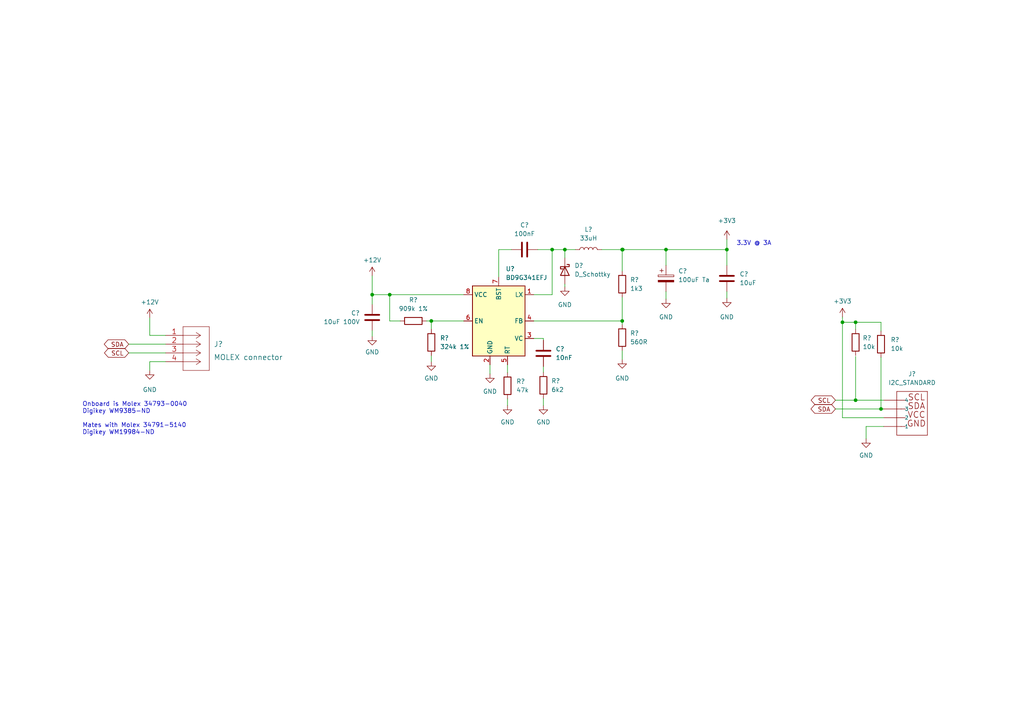
<source format=kicad_sch>
(kicad_sch (version 20211123) (generator eeschema)
  (paper "A4")
  (lib_symbols
    (symbol "+12V_1" (power) (pin_names (offset 0))
      (property "Value" "+12V_1" (at 0 3.556 0))
      (symbol "+12V_1_0_1"
        (polyline (pts (xy -0.762 1.27) (xy 0 2.54)))
        (polyline (pts (xy 0 0) (xy 0 2.54)))
        (polyline (pts (xy 0 2.54) (xy 0.762 1.27)))
      )
      (symbol "+12V_1_1_1"
        (pin power_in line (at 0 0 90) (length 0) hide (name "+12V") (number "1"))
      )
    )
    (symbol "Device:C" (pin_numbers hide) (pin_names (offset 0.254))
      (property "Reference" "C" (at 0.635 2.54 0))
      (property "Value" "C" (at 0.635 -2.54 0))
      (symbol "C_0_1"
        (polyline (pts (xy -2.032 -0.762) (xy 2.032 -0.762)) (stroke (width 0.508)))
        (polyline (pts (xy -2.032 0.762) (xy 2.032 0.762)) (stroke (width 0.508)))
      )
      (symbol "C_1_1"
        (pin passive line (at 0 3.81 270) (length 2.794) (name "~") (number "1"))
        (pin passive line (at 0 -3.81 90) (length 2.794) (name "~") (number "2"))
      )
    )
    (symbol "Device:C_Polarized" (pin_numbers hide) (pin_names (offset 0.254))
      (property "Reference" "C" (at 0.635 2.54 0))
      (property "Value" "C_Polarized" (at 0.635 -2.54 0))
      (symbol "C_Polarized_0_1"
        (rectangle (start -2.286 0.508) (end 2.286 1.016))
        (polyline (pts (xy -1.778 2.286) (xy -0.762 2.286)))
        (polyline (pts (xy -1.27 2.794) (xy -1.27 1.778)))
        (rectangle (start 2.286 -0.508) (end -2.286 -1.016) (fill (type outline)))
      )
      (symbol "C_Polarized_1_1"
        (pin passive line (at 0 3.81 270) (length 2.794) (name "~") (number "1"))
        (pin passive line (at 0 -3.81 90) (length 2.794) (name "~") (number "2"))
      )
    )
    (symbol "Device:D_Schottky" (pin_numbers hide) (pin_names (offset 1.016) hide)
      (property "Reference" "D" (at 0 2.54 0))
      (property "Value" "D_Schottky" (at 0 -2.54 0))
      (symbol "D_Schottky_0_1"
        (polyline (pts (xy 1.27 0) (xy -1.27 0)))
        (polyline (pts (xy 1.27 1.27) (xy 1.27 -1.27) (xy -1.27 0) (xy 1.27 1.27)) (stroke (width 0.254)))
        (polyline (pts (xy -1.905 0.635) (xy -1.905 1.27) (xy -1.27 1.27) (xy -1.27 -1.27) (xy -0.635 -1.27) (xy -0.635 -0.635)) (stroke (width 0.254)))
      )
      (symbol "D_Schottky_1_1"
        (pin passive line (at -3.81 0 0) (length 2.54) (name "K") (number "1"))
        (pin passive line (at 3.81 0 180) (length 2.54) (name "A") (number "2"))
      )
    )
    (symbol "Device:L" (pin_numbers hide) (pin_names (offset 1.016) hide)
      (property "Reference" "L" (at -1.27 0 90))
      (property "Value" "L" (at 1.905 0 90))
      (symbol "L_0_1"
        (arc (start 0 -2.54) (mid 0.635 -1.905) (end 0 -1.27))
        (arc (start 0 -1.27) (mid 0.635 -0.635) (end 0 0))
        (arc (start 0 0) (mid 0.635 0.635) (end 0 1.27))
        (arc (start 0 1.27) (mid 0.635 1.905) (end 0 2.54))
      )
      (symbol "L_1_1"
        (pin passive line (at 0 3.81 270) (length 1.27) (name "1") (number "1"))
        (pin passive line (at 0 -3.81 90) (length 1.27) (name "2") (number "2"))
      )
    )
    (symbol "Device:R" (pin_numbers hide) (pin_names (offset 0))
      (property "Reference" "R" (at 2.032 0 90))
      (property "Value" "R" (at 0 0 90))
      (symbol "R_0_1"
        (rectangle (start -1.016 -2.54) (end 1.016 2.54) (stroke (width 0.254)))
      )
      (symbol "R_1_1"
        (pin passive line (at 0 3.81 270) (length 1.27) (name "~") (number "1"))
        (pin passive line (at 0 -3.81 90) (length 1.27) (name "~") (number "2"))
      )
    )
    (symbol "Regulator_Switching:BD9G341EFJ"
      (property "Reference" "U" (at -6.35 11.43 0))
      (property "Value" "BD9G341EFJ" (at 7.62 11.43 0))
      (symbol "BD9G341EFJ_0_1"
        (rectangle (start -7.62 10.16) (end 7.62 -10.16) (stroke (width 0.254)) (fill (type background)))
      )
      (symbol "BD9G341EFJ_1_1"
        (pin passive line (at 10.16 7.62 180) (length 2.54) (name "LX") (number "1"))
        (pin power_in line (at -2.54 -12.7 90) (length 2.54) (name "GND") (number "2"))
        (pin output line (at 10.16 -5.08 180) (length 2.54) (name "VC") (number "3"))
        (pin input line (at 10.16 0 180) (length 2.54) (name "FB") (number "4"))
        (pin input line (at 2.54 -12.7 90) (length 2.54) (name "RT") (number "5"))
        (pin input line (at -10.16 0 0) (length 2.54) (name "EN") (number "6"))
        (pin input line (at 0 12.7 270) (length 2.54) (name "BST") (number "7"))
        (pin power_in line (at -10.16 7.62 0) (length 2.54) (name "VCC") (number "8"))
      )
    )
    (symbol "SparkFun-Connectors:I2C_STANDARD" (pin_numbers hide) (pin_names (offset 1.016))
      (property "Reference" "J" (at -2.54 13.462 0))
      (property "Value" "I2C_STANDARD" (at -2.54 -2.54 0))
      (symbol "I2C_STANDARD_1_0"
        (polyline (pts (xy -2.54 12.7) (xy -2.54 0)))
        (polyline (pts (xy -2.54 12.7) (xy 6.35 12.7)))
        (polyline (pts (xy 3.81 2.54) (xy 5.08 2.54)))
        (polyline (pts (xy 3.81 5.08) (xy 5.08 5.08)))
        (polyline (pts (xy 3.81 7.62) (xy 5.08 7.62)))
        (polyline (pts (xy 3.81 10.16) (xy 5.08 10.16)))
        (polyline (pts (xy 6.35 0) (xy -2.54 0)))
        (polyline (pts (xy 6.35 0) (xy 6.35 12.7)))
        (text "GND" (at 0.635 3.429 0) (effects (font (size 1.778 1.778))))
        (text "SCL" (at 0.635 11.049 0) (effects (font (size 1.778 1.778))))
        (text "SDA" (at 0.635 8.509 0) (effects (font (size 1.778 1.778))))
        (text "VCC" (at 0.635 5.969 0) (effects (font (size 1.778 1.778))))
      )
      (symbol "I2C_STANDARD_1_1"
        (pin passive line (at 10.16 2.54 180) (length 5.08) (name "1") (number "1"))
        (pin passive line (at 10.16 5.08 180) (length 5.08) (name "2") (number "2"))
        (pin passive line (at 10.16 7.62 180) (length 5.08) (name "3") (number "3"))
        (pin passive line (at 10.16 10.16 180) (length 5.08) (name "4") (number "4"))
      )
    )
    (symbol "UltraLibrarian:347930040" (pin_names (offset 0.254) hide)
      (property "Reference" "J" (at 8.89 6.35 0))
      (property "Value" "347930040" (at 10.16 -5.08 0))
      (symbol "347930040_1_1"
        (polyline (pts (xy 5.08 -10.16) (xy 12.7 -10.16)) (stroke (width 0.127)))
        (polyline (pts (xy 5.08 2.54) (xy 5.08 -10.16)) (stroke (width 0.127)))
        (polyline (pts (xy 10.16 -7.62) (xy 5.08 -7.62)) (stroke (width 0.127)))
        (polyline (pts (xy 10.16 -7.62) (xy 8.89 -8.4582)) (stroke (width 0.127)))
        (polyline (pts (xy 10.16 -7.62) (xy 8.89 -6.7818)) (stroke (width 0.127)))
        (polyline (pts (xy 10.16 -5.08) (xy 5.08 -5.08)) (stroke (width 0.127)))
        (polyline (pts (xy 10.16 -5.08) (xy 8.89 -5.9182)) (stroke (width 0.127)))
        (polyline (pts (xy 10.16 -5.08) (xy 8.89 -4.2418)) (stroke (width 0.127)))
        (polyline (pts (xy 10.16 -2.54) (xy 5.08 -2.54)) (stroke (width 0.127)))
        (polyline (pts (xy 10.16 -2.54) (xy 8.89 -3.3782)) (stroke (width 0.127)))
        (polyline (pts (xy 10.16 -2.54) (xy 8.89 -1.7018)) (stroke (width 0.127)))
        (polyline (pts (xy 10.16 0) (xy 5.08 0)) (stroke (width 0.127)))
        (polyline (pts (xy 10.16 0) (xy 8.89 -0.8382)) (stroke (width 0.127)))
        (polyline (pts (xy 10.16 0) (xy 8.89 0.8382)) (stroke (width 0.127)))
        (polyline (pts (xy 12.7 -10.16) (xy 12.7 2.54)) (stroke (width 0.127)))
        (polyline (pts (xy 12.7 2.54) (xy 5.08 2.54)) (stroke (width 0.127)))
        (pin unspecified line (at 0 0 0) (length 5.08) (name "1") (number "1"))
        (pin unspecified line (at 0 -2.54 0) (length 5.08) (name "2") (number "2"))
        (pin unspecified line (at 0 -5.08 0) (length 5.08) (name "3") (number "3"))
        (pin unspecified line (at 0 -7.62 0) (length 5.08) (name "4") (number "4"))
      )
    )
    (symbol "power:+12V" (power) (pin_names (offset 0))
      (property "Value" "+12V" (at 0 3.556 0))
      (symbol "+12V_0_1"
        (polyline (pts (xy -0.762 1.27) (xy 0 2.54)))
        (polyline (pts (xy 0 0) (xy 0 2.54)))
        (polyline (pts (xy 0 2.54) (xy 0.762 1.27)))
      )
      (symbol "+12V_1_1"
        (pin power_in line (at 0 0 90) (length 0) hide (name "+12V") (number "1"))
      )
    )
    (symbol "power:+3V3" (power) (pin_names (offset 0))
      (property "Value" "+3V3" (at 0 3.556 0))
      (symbol "+3V3_0_1"
        (polyline (pts (xy -0.762 1.27) (xy 0 2.54)))
        (polyline (pts (xy 0 0) (xy 0 2.54)))
        (polyline (pts (xy 0 2.54) (xy 0.762 1.27)))
      )
      (symbol "+3V3_1_1"
        (pin power_in line (at 0 0 90) (length 0) hide (name "+3V3") (number "1"))
      )
    )
    (symbol "power:GND" (power) (pin_names (offset 0))
      (property "Value" "GND" (at 0 -3.81 0))
      (symbol "GND_0_1"
        (polyline (pts (xy 0 0) (xy 0 -1.27) (xy 1.27 -1.27) (xy 0 -2.54) (xy -1.27 -1.27) (xy 0 -1.27)))
      )
      (symbol "GND_1_1"
        (pin power_in line (at 0 0 270) (length 0) hide (name "GND") (number "1"))
      )
    )
  )
  (junction (at 113.03 85.471))
  (junction (at 255.524 118.618))
  (junction (at 180.467 72.39))
  (junction (at 107.95 85.471))
  (junction (at 180.594 72.39))
  (junction (at 125.095 93.091))
  (junction (at 160.147 72.39))
  (junction (at 180.467 93.091))
  (junction (at 163.83 72.39))
  (junction (at 244.348 93.472))
  (junction (at 248.158 93.472))
  (junction (at 193.167 72.39))
  (junction (at 210.82 72.39))
  (junction (at 248.158 116.078))
  (wire (pts (xy 43.434 97.282) (xy 48.006 97.282)))
  (wire (pts (xy 125.095 93.091) (xy 125.095 95.504)))
  (wire (pts (xy 125.095 103.124) (xy 125.095 104.902)))
  (wire (pts (xy 256.286 118.618) (xy 255.524 118.618)))
  (wire (pts (xy 154.813 93.091) (xy 180.467 93.091)))
  (wire (pts (xy 210.82 72.39) (xy 210.82 76.962)))
  (wire (pts (xy 180.467 101.727) (xy 180.467 104.267)))
  (wire (pts (xy 244.348 91.948) (xy 244.348 93.472)))
  (wire (pts (xy 43.434 104.902) (xy 48.006 104.902)))
  (wire (pts (xy 113.03 85.471) (xy 134.493 85.471)))
  (wire (pts (xy 147.193 115.697) (xy 147.193 117.602)))
  (wire (pts (xy 251.206 123.698) (xy 251.206 127.254)))
  (wire (pts (xy 155.956 72.39) (xy 160.147 72.39)))
  (wire (pts (xy 37.338 102.362) (xy 48.006 102.362)))
  (wire (pts (xy 157.607 106.299) (xy 157.607 107.95)))
  (wire (pts (xy 154.813 98.171) (xy 157.607 98.171)))
  (wire (pts (xy 144.653 80.391) (xy 144.653 72.39)))
  (wire (pts (xy 107.95 85.471) (xy 107.95 88.265)))
  (wire (pts (xy 256.286 116.078) (xy 248.158 116.078)))
  (wire (pts (xy 180.467 72.39) (xy 180.467 78.613)))
  (wire (pts (xy 174.498 72.39) (xy 180.467 72.39)))
  (wire (pts (xy 251.206 123.698) (xy 256.286 123.698)))
  (wire (pts (xy 125.095 93.091) (xy 134.493 93.091)))
  (wire (pts (xy 160.147 72.39) (xy 160.147 85.471)))
  (wire (pts (xy 154.813 85.471) (xy 160.147 85.471)))
  (wire (pts (xy 180.467 86.233) (xy 180.467 93.091)))
  (wire (pts (xy 163.83 82.423) (xy 163.83 83.185)))
  (wire (pts (xy 255.524 118.618) (xy 242.316 118.618)))
  (wire (pts (xy 163.83 74.803) (xy 163.83 72.39)))
  (wire (pts (xy 107.95 80.01) (xy 107.95 85.471)))
  (wire (pts (xy 193.167 72.39) (xy 193.167 76.962)))
  (wire (pts (xy 37.338 99.822) (xy 48.006 99.822)))
  (wire (pts (xy 244.348 93.472) (xy 244.348 121.158)))
  (wire (pts (xy 248.158 116.078) (xy 242.316 116.078)))
  (wire (pts (xy 255.524 93.472) (xy 255.524 96.012)))
  (wire (pts (xy 193.167 84.582) (xy 193.167 86.741)))
  (wire (pts (xy 180.467 93.091) (xy 180.467 94.107)))
  (wire (pts (xy 255.524 103.632) (xy 255.524 118.618)))
  (wire (pts (xy 107.95 85.471) (xy 113.03 85.471)))
  (wire (pts (xy 43.434 107.442) (xy 43.434 104.902)))
  (wire (pts (xy 180.594 72.39) (xy 193.167 72.39)))
  (wire (pts (xy 248.158 93.472) (xy 248.158 95.504)))
  (wire (pts (xy 157.607 115.57) (xy 157.607 117.602)))
  (wire (pts (xy 248.158 103.378) (xy 248.158 116.078)))
  (wire (pts (xy 244.348 121.158) (xy 256.286 121.158)))
  (wire (pts (xy 248.158 93.472) (xy 255.524 93.472)))
  (wire (pts (xy 43.434 92.202) (xy 43.434 97.282)))
  (wire (pts (xy 147.193 105.791) (xy 147.193 108.077)))
  (wire (pts (xy 193.167 72.39) (xy 210.82 72.39)))
  (wire (pts (xy 163.83 72.39) (xy 160.147 72.39)))
  (wire (pts (xy 107.95 95.885) (xy 107.95 97.536)))
  (wire (pts (xy 163.83 72.39) (xy 166.878 72.39)))
  (wire (pts (xy 113.03 93.091) (xy 113.03 85.471)))
  (wire (pts (xy 144.653 72.39) (xy 148.336 72.39)))
  (wire (pts (xy 157.607 98.171) (xy 157.607 98.679)))
  (wire (pts (xy 210.82 69.469) (xy 210.82 72.39)))
  (wire (pts (xy 142.113 105.791) (xy 142.113 108.458)))
  (wire (pts (xy 210.82 84.582) (xy 210.82 86.487)))
  (wire (pts (xy 244.348 93.472) (xy 248.158 93.472)))
  (wire (pts (xy 116.078 93.091) (xy 113.03 93.091)))
  (wire (pts (xy 123.698 93.091) (xy 125.095 93.091)))
  (text "Onboard is Molex 34793-0040\nDigikey WM9385-ND\n\nMates with Molex 34791-5140\nDigikey WM19984-ND" (at 23.876 126.238 0) (effects (font (size 1.27 1.27)) (justify left bottom)))
  (text "3.3V @ 3A" (at 223.774 71.374 180) (effects (font (size 1.27 1.27)) (justify right bottom)))
  (global_label "SDA" (shape bidirectional) (at 242.316 118.618 180) (property "Intersheet References" "${INTERSHEET_REFS}" (effects hide)))
  (global_label "SDA" (shape bidirectional) (at 37.338 99.822 180) (property "Intersheet References" "${INTERSHEET_REFS}" (effects hide)))
  (global_label "SCL" (shape bidirectional) (at 242.316 116.078 180) (property "Intersheet References" "${INTERSHEET_REFS}" (effects hide)))
  (global_label "SCL" (shape bidirectional) (at 37.338 102.362 180) (property "Intersheet References" "${INTERSHEET_REFS}" (effects hide)))
  (symbol (lib_id "power:GND") (at 43.434 107.442 0) (unit 1)
    (property "Reference" "#PWR?" (effects hide))
    (property "Value" "GND" (at 43.434 113.03 0))
  )
  (symbol (lib_id "power:+3V3") (at 210.82 69.469 0) (unit 1)
    (property "Reference" "#PWR?" (effects hide))
    (property "Value" "+3V3" (at 210.82 64.008 0))
  )
  (symbol (lib_id "Device:C") (at 107.95 92.075 0) (mirror y) (unit 1)
    (property "Reference" "C?" (at 104.394 90.8049 0) (effects (justify left)))
    (property "Value" "10uF 100V" (at 104.394 93.3449 0) (effects (justify left)))
  )
  (symbol (lib_id "Device:C") (at 210.82 80.772 0) (unit 1)
    (property "Reference" "C?" (at 214.503 79.5019 0) (effects (justify left)))
    (property "Value" "10uF" (at 214.503 82.0419 0) (effects (justify left)))
  )
  (symbol (lib_id "Regulator_Switching:BD9G341EFJ") (at 144.653 93.091 0) (unit 1)
    (property "Reference" "U?" (at 146.6724 77.978 0) (effects (justify left)))
    (property "Value" "BD9G341EFJ" (at 146.6724 80.518 0) (effects (justify left)))
    (property "Footprint" "Package_SO:HTSOP-8-1EP_3.9x4.9mm_P1.27mm_EP2.4x3.2mm_ThermalVias" (effects hide))
    (property "Datasheet" "https://media.digikey.com/pdf/Data%20Sheets/Rohm%20PDFs/BD9G341EFJ.pdf" (effects hide))
  )
  (symbol (lib_id "power:+3V3") (at 244.348 91.948 0) (unit 1)
    (property "Reference" "#PWR?" (effects hide))
    (property "Value" "+3V3" (at 244.348 87.376 0))
  )
  (symbol (lib_id "Device:R") (at 119.888 93.091 90) (unit 1)
    (property "Reference" "R?" (at 119.888 86.995 90))
    (property "Value" "909k 1%" (at 119.888 89.535 90))
  )
  (symbol (lib_name "+12V_1") (lib_id "power:+12V") (at 43.434 92.202 0) (unit 1)
    (property "Reference" "#PWR?" (effects hide))
    (property "Value" "+12V" (at 43.434 87.63 0))
  )
  (symbol (lib_id "SparkFun-Connectors:I2C_STANDARD") (at 266.446 126.238 0) (mirror y) (unit 1)
    (property "Reference" "J?" (at 264.541 108.458 0))
    (property "Value" "I2C_STANDARD" (at 264.541 110.998 0))
    (property "Footprint" "UltraLibrarian:PRT-16766" (effects hide))
    (property "SparkFun" "PRT-16766" (effects hide))
  )
  (symbol (lib_id "power:GND") (at 163.83 83.185 0) (unit 1)
    (property "Reference" "#PWR?" (effects hide))
    (property "Value" "GND" (at 163.83 88.392 0))
  )
  (symbol (lib_id "power:GND") (at 193.167 86.741 0) (unit 1)
    (property "Reference" "#PWR?" (effects hide))
    (property "Value" "GND" (at 193.167 91.948 0))
  )
  (symbol (lib_id "power:+12V") (at 107.95 80.01 0) (unit 1)
    (property "Reference" "#PWR?" (effects hide))
    (property "Value" "+12V" (at 107.95 75.438 0))
  )
  (symbol (lib_id "Device:R") (at 125.095 99.314 0) (unit 1)
    (property "Reference" "R?" (at 127.635 98.0439 0) (effects (justify left)))
    (property "Value" "324k 1%" (at 127.635 100.5839 0) (effects (justify left)))
  )
  (symbol (lib_id "power:GND") (at 142.113 108.458 0) (unit 1)
    (property "Reference" "#PWR?" (effects hide))
    (property "Value" "GND" (at 142.113 113.538 0))
  )
  (symbol (lib_id "power:GND") (at 180.467 104.267 0) (unit 1)
    (property "Reference" "#PWR?" (effects hide))
    (property "Value" "GND" (at 180.467 109.728 0))
  )
  (symbol (lib_id "Device:R") (at 255.524 99.822 0) (unit 1)
    (property "Reference" "R?" (at 258.318 98.5519 0) (effects (justify left)))
    (property "Value" "10k" (at 258.318 101.0919 0) (effects (justify left)))
  )
  (symbol (lib_id "power:GND") (at 125.095 104.902 0) (unit 1)
    (property "Reference" "#PWR?" (effects hide))
    (property "Value" "GND" (at 125.095 109.728 0))
  )
  (symbol (lib_id "Device:C") (at 157.607 102.489 0) (unit 1)
    (property "Reference" "C?" (at 161.163 101.2189 0) (effects (justify left)))
    (property "Value" "10nF" (at 161.163 103.7589 0) (effects (justify left)))
  )
  (symbol (lib_id "power:GND") (at 107.95 97.536 0) (unit 1)
    (property "Reference" "#PWR?" (effects hide))
    (property "Value" "GND" (at 107.95 102.108 0))
  )
  (symbol (lib_id "Device:R") (at 180.467 82.423 0) (unit 1)
    (property "Reference" "R?" (at 182.753 81.1529 0) (effects (justify left)))
    (property "Value" "1k3" (at 182.753 83.6929 0) (effects (justify left)))
  )
  (symbol (lib_id "Device:R") (at 147.193 111.887 0) (unit 1)
    (property "Reference" "R?" (at 149.733 110.6169 0) (effects (justify left)))
    (property "Value" "47k" (at 149.733 113.1569 0) (effects (justify left)))
  )
  (symbol (lib_id "Device:C") (at 152.146 72.39 90) (unit 1)
    (property "Reference" "C?" (at 152.146 65.278 90))
    (property "Value" "100nF" (at 152.146 67.818 90))
  )
  (symbol (lib_id "Device:R") (at 248.158 99.314 0) (unit 1)
    (property "Reference" "R?" (at 250.19 98.0439 0) (effects (justify left)))
    (property "Value" "10k" (at 250.19 100.5839 0) (effects (justify left)))
  )
  (symbol (lib_id "Device:D_Schottky") (at 163.83 78.613 270) (unit 1)
    (property "Reference" "D?" (at 166.624 77.0254 90) (effects (justify left)))
    (property "Value" "D_Schottky" (at 166.624 79.5654 90) (effects (justify left)))
  )
  (symbol (lib_id "power:GND") (at 210.82 86.487 0) (unit 1)
    (property "Reference" "#PWR?" (effects hide))
    (property "Value" "GND" (at 210.82 91.948 0))
  )
  (symbol (lib_id "Device:R") (at 157.607 111.76 0) (unit 1)
    (property "Reference" "R?" (at 159.893 110.4899 0) (effects (justify left)))
    (property "Value" "6k2" (at 159.893 113.0299 0) (effects (justify left)))
  )
  (symbol (lib_id "power:GND") (at 157.607 117.602 0) (unit 1)
    (property "Reference" "#PWR?" (effects hide))
    (property "Value" "GND" (at 157.607 122.428 0))
  )
  (symbol (lib_id "Device:L") (at 170.688 72.39 90) (unit 1)
    (property "Reference" "L?" (at 170.688 66.548 90))
    (property "Value" "33uH" (at 170.688 69.088 90))
  )
  (symbol (lib_id "UltraLibrarian:347930040") (at 48.006 97.282 0) (unit 1)
    (property "Reference" "J?" (at 61.976 99.822 0) (effects (font (size 1.524 1.524)) (justify left)))
    (property "Value" "MOLEX connector" (at 61.976 103.632 0) (effects (font (size 1.524 1.524)) (justify left)))
    (property "Footprint" "UltraLibrarian:347930040" (effects hide))
  )
  (symbol (lib_id "Device:R") (at 180.467 97.917 0) (unit 1)
    (property "Reference" "R?" (at 182.753 96.6469 0) (effects (justify left)))
    (property "Value" "560R" (at 182.753 99.1869 0) (effects (justify left)))
  )
  (symbol (lib_id "Device:C_Polarized") (at 193.167 80.772 0) (unit 1)
    (property "Reference" "C?" (at 196.723 78.6129 0) (effects (justify left)))
    (property "Value" "100uF Ta" (at 196.723 81.1529 0) (effects (justify left)))
  )
  (symbol (lib_id "power:GND") (at 147.193 117.602 0) (unit 1)
    (property "Reference" "#PWR?" (effects hide))
    (property "Value" "GND" (at 147.193 122.428 0))
  )
  (symbol (lib_id "power:GND") (at 251.206 127.254 0) (unit 1)
    (property "Reference" "#PWR?" (effects hide))
    (property "Value" "GND" (at 251.206 132.08 0))
  )
)
</source>
